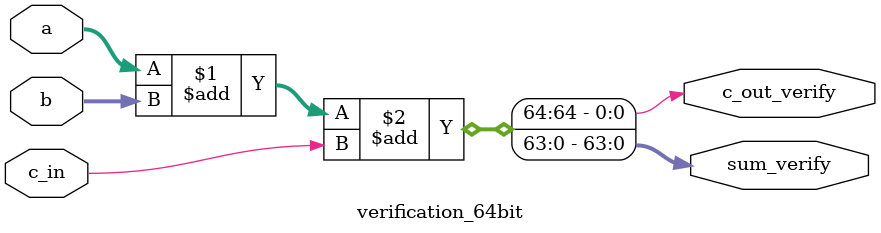
<source format=v>
`timescale 1ns / 1ps


module verification_64bit(a,b,c_in,c_out_verify,sum_verify);
//declare inputs a, b, c_in
input	[63:0]a;
input [63:0]b;
input c_in;
output c_out_verify; 
output [63:0]sum_verify; //declare outputs c_out and sum

assign {c_out_verify, sum_verify} = a + b + c_in;

endmodule


</source>
